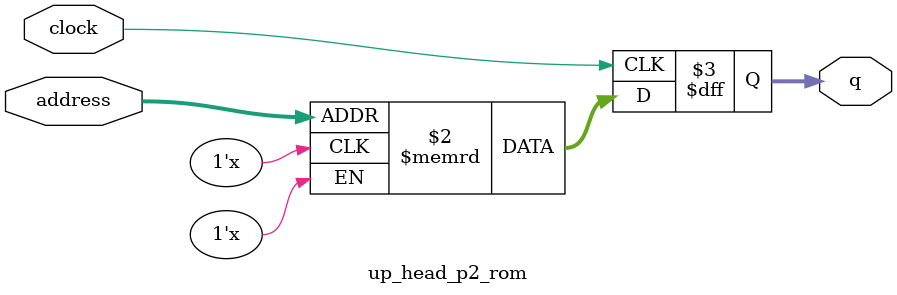
<source format=sv>
module up_head_p2_rom (
	input logic clock,
	input logic [9:0] address,
	output logic [3:0] q
);

logic [3:0] memory [0:575] /* synthesis ram_init_file = "./up_head_p2/up_head_p2.mif" */;

always_ff @ (posedge clock) begin
	q <= memory[address];
end

endmodule

</source>
